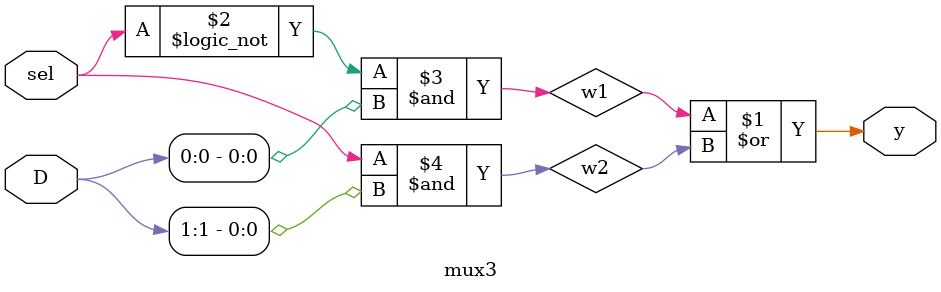
<source format=v>
module mux3(D, sel, y);
input [1:0] D; 
input sel;
output y;

wire w1, w2;

or  I1(y,w1,w2);
and I2(w1,!sel,D[0]);
and I3(w2, sel,D[1]);

endmodule
</source>
